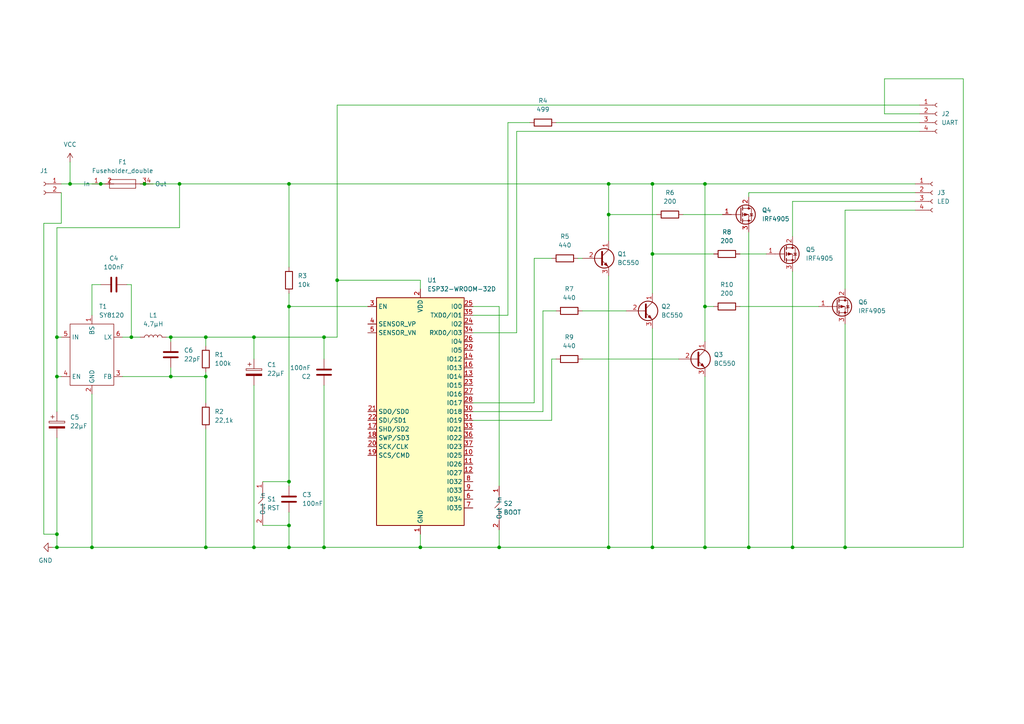
<source format=kicad_sch>
(kicad_sch (version 20211123) (generator eeschema)
  (paper "A4")
  (lib_symbols
    (symbol "Connector:Conn_01x02_Female" (pin_names (offset 1.016) hide)
      (property "Reference" "J" (at 0 2.54 0))
      (property "Value" "Conn_01x02_Female" (at 0 -5.08 0))
      (symbol "Conn_01x02_Female_1_1"
        (arc (start 0 -2.032) (mid -0.508 -2.54) (end 0 -3.048) (stroke (width 0.1524)))
        (polyline (pts (xy -1.27 -2.54) (xy -0.508 -2.54)) (stroke (width 0.1524)))
        (polyline (pts (xy -1.27 0) (xy -0.508 0)) (stroke (width 0.1524)))
        (arc (start 0 0.508) (mid -0.508 0) (end 0 -0.508) (stroke (width 0.1524)))
        (pin passive line (at -5.08 0 0) (length 3.81) (name "Pin_1") (number "1"))
        (pin passive line (at -5.08 -2.54 0) (length 3.81) (name "Pin_2") (number "2"))
      )
    )
    (symbol "Connector:Conn_01x04_Female" (pin_names (offset 1.016) hide)
      (property "Reference" "J" (at 0 5.08 0))
      (property "Value" "Conn_01x04_Female" (at 0 -7.62 0))
      (symbol "Conn_01x04_Female_1_1"
        (arc (start 0 -4.572) (mid -0.508 -5.08) (end 0 -5.588) (stroke (width 0.1524)))
        (arc (start 0 -2.032) (mid -0.508 -2.54) (end 0 -3.048) (stroke (width 0.1524)))
        (polyline (pts (xy -1.27 -5.08) (xy -0.508 -5.08)) (stroke (width 0.1524)))
        (polyline (pts (xy -1.27 -2.54) (xy -0.508 -2.54)) (stroke (width 0.1524)))
        (polyline (pts (xy -1.27 0) (xy -0.508 0)) (stroke (width 0.1524)))
        (polyline (pts (xy -1.27 2.54) (xy -0.508 2.54)) (stroke (width 0.1524)))
        (arc (start 0 0.508) (mid -0.508 0) (end 0 -0.508) (stroke (width 0.1524)))
        (arc (start 0 3.048) (mid -0.508 2.54) (end 0 2.032) (stroke (width 0.1524)))
        (pin passive line (at -5.08 2.54 0) (length 3.81) (name "Pin_1") (number "1"))
        (pin passive line (at -5.08 0 0) (length 3.81) (name "Pin_2") (number "2"))
        (pin passive line (at -5.08 -2.54 0) (length 3.81) (name "Pin_3") (number "3"))
        (pin passive line (at -5.08 -5.08 0) (length 3.81) (name "Pin_4") (number "4"))
      )
    )
    (symbol "Device:C" (pin_numbers hide) (pin_names (offset 0.254))
      (property "Reference" "C" (at 0.635 2.54 0))
      (property "Value" "C" (at 0.635 -2.54 0))
      (symbol "C_0_1"
        (polyline (pts (xy -2.032 -0.762) (xy 2.032 -0.762)) (stroke (width 0.508)))
        (polyline (pts (xy -2.032 0.762) (xy 2.032 0.762)) (stroke (width 0.508)))
      )
      (symbol "C_1_1"
        (pin passive line (at 0 3.81 270) (length 2.794) (name "~") (number "1"))
        (pin passive line (at 0 -3.81 90) (length 2.794) (name "~") (number "2"))
      )
    )
    (symbol "Device:C_Polarized" (pin_numbers hide) (pin_names (offset 0.254))
      (property "Reference" "C" (at 0.635 2.54 0))
      (property "Value" "C_Polarized" (at 0.635 -2.54 0))
      (symbol "C_Polarized_0_1"
        (rectangle (start -2.286 0.508) (end 2.286 1.016))
        (polyline (pts (xy -1.778 2.286) (xy -0.762 2.286)))
        (polyline (pts (xy -1.27 2.794) (xy -1.27 1.778)))
        (rectangle (start 2.286 -0.508) (end -2.286 -1.016) (fill (type outline)))
      )
      (symbol "C_Polarized_1_1"
        (pin passive line (at 0 3.81 270) (length 2.794) (name "~") (number "1"))
        (pin passive line (at 0 -3.81 90) (length 2.794) (name "~") (number "2"))
      )
    )
    (symbol "Device:L" (pin_numbers hide) (pin_names (offset 1.016) hide)
      (property "Reference" "L" (at -1.27 0 90))
      (property "Value" "L" (at 1.905 0 90))
      (symbol "L_0_1"
        (arc (start 0 -2.54) (mid 0.635 -1.905) (end 0 -1.27))
        (arc (start 0 -1.27) (mid 0.635 -0.635) (end 0 0))
        (arc (start 0 0) (mid 0.635 0.635) (end 0 1.27))
        (arc (start 0 1.27) (mid 0.635 1.905) (end 0 2.54))
      )
      (symbol "L_1_1"
        (pin passive line (at 0 3.81 270) (length 1.27) (name "1") (number "1"))
        (pin passive line (at 0 -3.81 90) (length 1.27) (name "2") (number "2"))
      )
    )
    (symbol "Device:R" (pin_numbers hide) (pin_names (offset 0))
      (property "Reference" "R" (at 2.032 0 90))
      (property "Value" "R" (at 0 0 90))
      (symbol "R_0_1"
        (rectangle (start -1.016 -2.54) (end 1.016 2.54) (stroke (width 0.254)))
      )
      (symbol "R_1_1"
        (pin passive line (at 0 3.81 270) (length 1.27) (name "~") (number "1"))
        (pin passive line (at 0 -3.81 90) (length 1.27) (name "~") (number "2"))
      )
    )
    (symbol "New_Library:Fuseholder_double"
      (property "Reference" "F" (at 0 2.54 0))
      (property "Value" "Fuseholder_double" (at 0 5.08 0))
      (symbol "Fuseholder_double_0_1"
        (rectangle (start -3.81 1.27) (end 3.81 -1.27))
        (polyline (pts (xy 6.35 0) (xy -6.35 0)))
      )
      (symbol "Fuseholder_double_1_1"
        (pin input line (at -6.35 0 180) (length 2.54) (name "In") (number "1"))
        (pin passive line (at -5.08 0 0) (length 2.54) (name "") (number "2"))
        (pin passive line (at 5.08 0 0) (length 2.54) (name "") (number "3"))
        (pin output line (at 6.35 0 0) (length 2.54) (name "Out") (number "4"))
      )
    )
    (symbol "New_Library:SY8120"
      (property "Reference" "T" (at 0 2.54 0))
      (property "Value" "SY8120" (at -5.08 2.54 0))
      (symbol "SY8120_0_1"
        (rectangle (start -6.35 -2.54) (end 6.35 -20.32))
      )
      (symbol "SY8120_1_1"
        (pin input line (at 0 0 270) (length 2.54) (name "BS") (number "1"))
        (pin input line (at 0 -22.86 90) (length 2.54) (name "GND") (number "2"))
        (pin input line (at 8.89 -17.78 180) (length 2.54) (name "FB") (number "3"))
        (pin input line (at -8.89 -17.78 0) (length 2.54) (name "EN") (number "4"))
        (pin input line (at -8.89 -6.35 0) (length 2.54) (name "IN") (number "5"))
        (pin output line (at 8.89 -6.35 180) (length 2.54) (name "LX") (number "6"))
      )
    )
    (symbol "New_Library:Switch"
      (property "Reference" "S" (at 0 1.27 0))
      (property "Value" "Switch" (at 0 3.81 0))
      (symbol "Switch_0_1"
        (polyline (pts (xy 1.27 -1.27) (xy 5.08 -1.27)))
        (polyline (pts (xy -2.54 -1.27) (xy 0 -1.27) (xy 1.27 -2.54)))
      )
      (symbol "Switch_1_1"
        (pin input line (at -5.08 -1.27 0) (length 2.54) (name "In") (number "1"))
        (pin output line (at 7.62 -1.27 180) (length 2.54) (name "Out") (number "2"))
      )
    )
    (symbol "RF_Module:ESP32-WROOM-32D"
      (property "Reference" "U" (at -12.7 34.29 0))
      (property "Value" "ESP32-WROOM-32D" (at 1.27 34.29 0))
      (symbol "ESP32-WROOM-32D_0_1"
        (rectangle (start -12.7 33.02) (end 12.7 -33.02) (stroke (width 0.254)) (fill (type background)))
      )
      (symbol "ESP32-WROOM-32D_1_1"
        (pin power_in line (at 0 -35.56 90) (length 2.54) (name "GND") (number "1"))
        (pin bidirectional line (at 15.24 -12.7 180) (length 2.54) (name "IO25") (number "10"))
        (pin bidirectional line (at 15.24 -15.24 180) (length 2.54) (name "IO26") (number "11"))
        (pin bidirectional line (at 15.24 -17.78 180) (length 2.54) (name "IO27") (number "12"))
        (pin bidirectional line (at 15.24 10.16 180) (length 2.54) (name "IO14") (number "13"))
        (pin bidirectional line (at 15.24 15.24 180) (length 2.54) (name "IO12") (number "14"))
        (pin passive line (at 0 -35.56 90) (length 2.54) hide (name "GND") (number "15"))
        (pin bidirectional line (at 15.24 12.7 180) (length 2.54) (name "IO13") (number "16"))
        (pin bidirectional line (at -15.24 -5.08 0) (length 2.54) (name "SHD/SD2") (number "17"))
        (pin bidirectional line (at -15.24 -7.62 0) (length 2.54) (name "SWP/SD3") (number "18"))
        (pin bidirectional line (at -15.24 -12.7 0) (length 2.54) (name "SCS/CMD") (number "19"))
        (pin power_in line (at 0 35.56 270) (length 2.54) (name "VDD") (number "2"))
        (pin bidirectional line (at -15.24 -10.16 0) (length 2.54) (name "SCK/CLK") (number "20"))
        (pin bidirectional line (at -15.24 0 0) (length 2.54) (name "SDO/SD0") (number "21"))
        (pin bidirectional line (at -15.24 -2.54 0) (length 2.54) (name "SDI/SD1") (number "22"))
        (pin bidirectional line (at 15.24 7.62 180) (length 2.54) (name "IO15") (number "23"))
        (pin bidirectional line (at 15.24 25.4 180) (length 2.54) (name "IO2") (number "24"))
        (pin bidirectional line (at 15.24 30.48 180) (length 2.54) (name "IO0") (number "25"))
        (pin bidirectional line (at 15.24 20.32 180) (length 2.54) (name "IO4") (number "26"))
        (pin bidirectional line (at 15.24 5.08 180) (length 2.54) (name "IO16") (number "27"))
        (pin bidirectional line (at 15.24 2.54 180) (length 2.54) (name "IO17") (number "28"))
        (pin bidirectional line (at 15.24 17.78 180) (length 2.54) (name "IO5") (number "29"))
        (pin input line (at -15.24 30.48 0) (length 2.54) (name "EN") (number "3"))
        (pin bidirectional line (at 15.24 0 180) (length 2.54) (name "IO18") (number "30"))
        (pin bidirectional line (at 15.24 -2.54 180) (length 2.54) (name "IO19") (number "31"))
        (pin no_connect line (at -12.7 -27.94 0) (length 2.54) hide (name "NC") (number "32"))
        (pin bidirectional line (at 15.24 -5.08 180) (length 2.54) (name "IO21") (number "33"))
        (pin bidirectional line (at 15.24 22.86 180) (length 2.54) (name "RXD0/IO3") (number "34"))
        (pin bidirectional line (at 15.24 27.94 180) (length 2.54) (name "TXD0/IO1") (number "35"))
        (pin bidirectional line (at 15.24 -7.62 180) (length 2.54) (name "IO22") (number "36"))
        (pin bidirectional line (at 15.24 -10.16 180) (length 2.54) (name "IO23") (number "37"))
        (pin passive line (at 0 -35.56 90) (length 2.54) hide (name "GND") (number "38"))
        (pin passive line (at 0 -35.56 90) (length 2.54) hide (name "GND") (number "39"))
        (pin input line (at -15.24 25.4 0) (length 2.54) (name "SENSOR_VP") (number "4"))
        (pin input line (at -15.24 22.86 0) (length 2.54) (name "SENSOR_VN") (number "5"))
        (pin input line (at 15.24 -25.4 180) (length 2.54) (name "IO34") (number "6"))
        (pin input line (at 15.24 -27.94 180) (length 2.54) (name "IO35") (number "7"))
        (pin bidirectional line (at 15.24 -20.32 180) (length 2.54) (name "IO32") (number "8"))
        (pin bidirectional line (at 15.24 -22.86 180) (length 2.54) (name "IO33") (number "9"))
      )
    )
    (symbol "Transistor_BJT:BC550" (pin_names (offset 0) hide)
      (property "Reference" "Q" (at 5.08 1.905 0))
      (property "Value" "BC550" (at 5.08 0 0))
      (symbol "BC550_0_1"
        (polyline (pts (xy 0 0) (xy 0.635 0)))
        (polyline (pts (xy 0.635 0.635) (xy 2.54 2.54)))
        (polyline (pts (xy 0.635 -0.635) (xy 2.54 -2.54) (xy 2.54 -2.54)))
        (polyline (pts (xy 0.635 1.905) (xy 0.635 -1.905) (xy 0.635 -1.905)) (stroke (width 0.508)))
        (polyline (pts (xy 1.27 -1.778) (xy 1.778 -1.27) (xy 2.286 -2.286) (xy 1.27 -1.778) (xy 1.27 -1.778)) (fill (type outline)))
        (circle (center 1.27 0) (radius 2.8194) (stroke (width 0.254)))
      )
      (symbol "BC550_1_1"
        (pin passive line (at 2.54 5.08 270) (length 2.54) (name "C") (number "1"))
        (pin input line (at -5.08 0 0) (length 5.08) (name "B") (number "2"))
        (pin passive line (at 2.54 -5.08 90) (length 2.54) (name "E") (number "3"))
      )
    )
    (symbol "Transistor_FET:IRF4905" (pin_names hide)
      (property "Reference" "Q" (at 5.08 1.905 0))
      (property "Value" "IRF4905" (at 5.08 0 0))
      (symbol "IRF4905_0_1"
        (polyline (pts (xy 0.254 0) (xy -2.54 0)))
        (polyline (pts (xy 0.254 1.905) (xy 0.254 -1.905)) (stroke (width 0.254)))
        (polyline (pts (xy 0.762 -1.27) (xy 0.762 -2.286)) (stroke (width 0.254)))
        (polyline (pts (xy 0.762 0.508) (xy 0.762 -0.508)) (stroke (width 0.254)))
        (polyline (pts (xy 0.762 2.286) (xy 0.762 1.27)) (stroke (width 0.254)))
        (polyline (pts (xy 2.54 2.54) (xy 2.54 1.778)))
        (polyline (pts (xy 2.54 -2.54) (xy 2.54 0) (xy 0.762 0)))
        (polyline (pts (xy 0.762 1.778) (xy 3.302 1.778) (xy 3.302 -1.778) (xy 0.762 -1.778)))
        (polyline (pts (xy 2.286 0) (xy 1.27 0.381) (xy 1.27 -0.381) (xy 2.286 0)) (fill (type outline)))
        (polyline (pts (xy 2.794 -0.508) (xy 2.921 -0.381) (xy 3.683 -0.381) (xy 3.81 -0.254)))
        (polyline (pts (xy 3.302 -0.381) (xy 2.921 0.254) (xy 3.683 0.254) (xy 3.302 -0.381)))
        (circle (center 1.651 0) (radius 2.794) (stroke (width 0.254)))
        (circle (center 2.54 -1.778) (radius 0.254) (fill (type outline)))
        (circle (center 2.54 1.778) (radius 0.254) (fill (type outline)))
      )
      (symbol "IRF4905_1_1"
        (pin input line (at -5.08 0 0) (length 2.54) (name "G") (number "1"))
        (pin passive line (at 2.54 5.08 270) (length 2.54) (name "D") (number "2"))
        (pin passive line (at 2.54 -5.08 90) (length 2.54) (name "S") (number "3"))
      )
    )
    (symbol "power:GND" (power) (pin_names (offset 0))
      (property "Value" "GND" (at 0 -3.81 0))
      (symbol "GND_0_1"
        (polyline (pts (xy 0 0) (xy 0 -1.27) (xy 1.27 -1.27) (xy 0 -2.54) (xy -1.27 -1.27) (xy 0 -1.27)))
      )
      (symbol "GND_1_1"
        (pin power_in line (at 0 0 270) (length 0) hide (name "GND") (number "1"))
      )
    )
    (symbol "power:VCC" (power) (pin_names (offset 0))
      (property "Value" "VCC" (at 0 3.81 0))
      (symbol "VCC_0_1"
        (polyline (pts (xy -0.762 1.27) (xy 0 2.54)))
        (polyline (pts (xy 0 0) (xy 0 2.54)))
        (polyline (pts (xy 0 2.54) (xy 0.762 1.27)))
      )
      (symbol "VCC_1_1"
        (pin power_in line (at 0 0 90) (length 0) hide (name "VCC") (number "1"))
      )
    )
  )
  (junction (at 83.82 152.4))
  (junction (at 176.53 158.75))
  (junction (at 176.53 53.34))
  (junction (at 176.53 62.23))
  (junction (at 29.21 53.34))
  (junction (at 59.69 158.75))
  (junction (at 97.79 81.28))
  (junction (at 204.47 88.9))
  (junction (at 38.1 97.79))
  (junction (at 73.66 158.75))
  (junction (at 217.17 158.75))
  (junction (at 83.82 139.7))
  (junction (at 20.32 53.34))
  (junction (at 16.51 154.94))
  (junction (at 204.47 158.75))
  (junction (at 52.07 53.34))
  (junction (at 83.82 158.75))
  (junction (at 26.67 158.75))
  (junction (at 59.69 109.22))
  (junction (at 16.51 97.79))
  (junction (at 93.98 97.79))
  (junction (at 41.91 53.34))
  (junction (at 189.23 158.75))
  (junction (at 83.82 88.9))
  (junction (at 245.11 158.75))
  (junction (at 73.66 97.79))
  (junction (at 93.98 158.75))
  (junction (at 121.92 158.75))
  (junction (at 204.47 53.34))
  (junction (at 189.23 73.66))
  (junction (at 189.23 53.34))
  (junction (at 59.69 97.79))
  (junction (at 229.87 158.75))
  (junction (at 144.78 158.75))
  (junction (at 16.51 109.22))
  (junction (at 16.51 158.75))
  (junction (at 49.53 109.22))
  (junction (at 83.82 53.34))
  (junction (at 49.53 97.79))
  (wire (pts (xy 29.21 53.34) (xy 30.48 53.34)))
  (wire (pts (xy 265.43 58.42) (xy 229.87 58.42)))
  (wire (pts (xy 76.2 139.7) (xy 83.82 139.7)))
  (wire (pts (xy 26.67 158.75) (xy 59.69 158.75)))
  (wire (pts (xy 52.07 53.34) (xy 83.82 53.34)))
  (wire (pts (xy 229.87 58.42) (xy 229.87 68.58)))
  (wire (pts (xy 137.16 119.38) (xy 157.48 119.38)))
  (wire (pts (xy 76.2 152.4) (xy 83.82 152.4)))
  (wire (pts (xy 49.53 109.22) (xy 59.69 109.22)))
  (wire (pts (xy 35.56 109.22) (xy 49.53 109.22)))
  (wire (pts (xy 137.16 116.84) (xy 154.94 116.84)))
  (wire (pts (xy 41.91 53.34) (xy 52.07 53.34)))
  (wire (pts (xy 83.82 152.4) (xy 83.82 158.75)))
  (wire (pts (xy 59.69 97.79) (xy 59.69 100.33)))
  (wire (pts (xy 245.11 93.98) (xy 245.11 158.75)))
  (wire (pts (xy 176.53 158.75) (xy 176.53 80.01)))
  (wire (pts (xy 93.98 97.79) (xy 93.98 104.14)))
  (wire (pts (xy 16.51 66.04) (xy 52.07 66.04)))
  (wire (pts (xy 168.91 90.17) (xy 181.61 90.17)))
  (wire (pts (xy 217.17 55.88) (xy 217.17 57.15)))
  (wire (pts (xy 17.78 109.22) (xy 16.51 109.22)))
  (wire (pts (xy 93.98 97.79) (xy 97.79 97.79)))
  (wire (pts (xy 83.82 158.75) (xy 93.98 158.75)))
  (wire (pts (xy 16.51 158.75) (xy 26.67 158.75)))
  (wire (pts (xy 149.86 38.1) (xy 266.7 38.1)))
  (wire (pts (xy 207.01 73.66) (xy 189.23 73.66)))
  (wire (pts (xy 204.47 53.34) (xy 204.47 88.9)))
  (wire (pts (xy 154.94 74.93) (xy 160.02 74.93)))
  (wire (pts (xy 83.82 53.34) (xy 83.82 77.47)))
  (wire (pts (xy 26.67 114.3) (xy 26.67 158.75)))
  (wire (pts (xy 59.69 109.22) (xy 59.69 116.84)))
  (wire (pts (xy 176.53 158.75) (xy 189.23 158.75)))
  (wire (pts (xy 17.78 97.79) (xy 16.51 97.79)))
  (wire (pts (xy 16.51 154.94) (xy 16.51 158.75)))
  (wire (pts (xy 147.32 35.56) (xy 153.67 35.56)))
  (wire (pts (xy 229.87 158.75) (xy 245.11 158.75)))
  (wire (pts (xy 204.47 109.22) (xy 204.47 158.75)))
  (wire (pts (xy 256.54 33.02) (xy 266.7 33.02)))
  (wire (pts (xy 73.66 111.76) (xy 73.66 158.75)))
  (wire (pts (xy 189.23 158.75) (xy 204.47 158.75)))
  (wire (pts (xy 147.32 35.56) (xy 147.32 91.44)))
  (wire (pts (xy 167.64 74.93) (xy 168.91 74.93)))
  (wire (pts (xy 35.56 97.79) (xy 38.1 97.79)))
  (wire (pts (xy 214.63 73.66) (xy 222.25 73.66)))
  (wire (pts (xy 214.63 88.9) (xy 237.49 88.9)))
  (wire (pts (xy 144.78 88.9) (xy 137.16 88.9)))
  (wire (pts (xy 137.16 121.92) (xy 160.02 121.92)))
  (wire (pts (xy 204.47 158.75) (xy 217.17 158.75)))
  (wire (pts (xy 154.94 74.93) (xy 154.94 116.84)))
  (wire (pts (xy 189.23 53.34) (xy 189.23 73.66)))
  (wire (pts (xy 17.78 64.77) (xy 12.7 64.77)))
  (wire (pts (xy 121.92 154.94) (xy 121.92 158.75)))
  (wire (pts (xy 279.4 22.86) (xy 279.4 158.75)))
  (wire (pts (xy 204.47 53.34) (xy 265.43 53.34)))
  (wire (pts (xy 16.51 97.79) (xy 16.51 66.04)))
  (wire (pts (xy 83.82 53.34) (xy 176.53 53.34)))
  (wire (pts (xy 59.69 97.79) (xy 73.66 97.79)))
  (wire (pts (xy 176.53 53.34) (xy 176.53 62.23)))
  (wire (pts (xy 137.16 96.52) (xy 149.86 96.52)))
  (wire (pts (xy 189.23 95.25) (xy 189.23 158.75)))
  (wire (pts (xy 93.98 111.76) (xy 93.98 158.75)))
  (wire (pts (xy 144.78 153.67) (xy 144.78 158.75)))
  (wire (pts (xy 48.26 97.79) (xy 49.53 97.79)))
  (wire (pts (xy 97.79 81.28) (xy 97.79 97.79)))
  (wire (pts (xy 26.67 82.55) (xy 29.21 82.55)))
  (wire (pts (xy 160.02 104.14) (xy 160.02 121.92)))
  (wire (pts (xy 144.78 158.75) (xy 176.53 158.75)))
  (wire (pts (xy 12.7 64.77) (xy 12.7 154.94)))
  (wire (pts (xy 73.66 158.75) (xy 83.82 158.75)))
  (wire (pts (xy 73.66 97.79) (xy 93.98 97.79)))
  (wire (pts (xy 59.69 158.75) (xy 73.66 158.75)))
  (wire (pts (xy 49.53 97.79) (xy 49.53 99.06)))
  (wire (pts (xy 266.7 30.48) (xy 97.79 30.48)))
  (wire (pts (xy 26.67 91.44) (xy 26.67 82.55)))
  (wire (pts (xy 256.54 22.86) (xy 256.54 33.02)))
  (wire (pts (xy 160.02 104.14) (xy 161.29 104.14)))
  (wire (pts (xy 16.51 127) (xy 16.51 154.94)))
  (wire (pts (xy 245.11 158.75) (xy 279.4 158.75)))
  (wire (pts (xy 176.53 53.34) (xy 189.23 53.34)))
  (wire (pts (xy 59.69 124.46) (xy 59.69 158.75)))
  (wire (pts (xy 16.51 109.22) (xy 16.51 119.38)))
  (wire (pts (xy 97.79 81.28) (xy 121.92 81.28)))
  (wire (pts (xy 83.82 88.9) (xy 83.82 139.7)))
  (wire (pts (xy 157.48 90.17) (xy 161.29 90.17)))
  (wire (pts (xy 12.7 154.94) (xy 16.51 154.94)))
  (wire (pts (xy 207.01 88.9) (xy 204.47 88.9)))
  (wire (pts (xy 229.87 78.74) (xy 229.87 158.75)))
  (wire (pts (xy 204.47 88.9) (xy 204.47 99.06)))
  (wire (pts (xy 176.53 62.23) (xy 176.53 69.85)))
  (wire (pts (xy 73.66 97.79) (xy 73.66 104.14)))
  (wire (pts (xy 245.11 83.82) (xy 245.11 60.96)))
  (wire (pts (xy 40.64 53.34) (xy 41.91 53.34)))
  (wire (pts (xy 20.32 53.34) (xy 29.21 53.34)))
  (wire (pts (xy 83.82 139.7) (xy 83.82 140.97)))
  (wire (pts (xy 38.1 97.79) (xy 40.64 97.79)))
  (wire (pts (xy 83.82 85.09) (xy 83.82 88.9)))
  (wire (pts (xy 229.87 158.75) (xy 217.17 158.75)))
  (wire (pts (xy 137.16 91.44) (xy 147.32 91.44)))
  (wire (pts (xy 49.53 106.68) (xy 49.53 109.22)))
  (wire (pts (xy 149.86 96.52) (xy 149.86 38.1)))
  (wire (pts (xy 168.91 104.14) (xy 196.85 104.14)))
  (wire (pts (xy 189.23 53.34) (xy 204.47 53.34)))
  (wire (pts (xy 217.17 67.31) (xy 217.17 158.75)))
  (wire (pts (xy 93.98 158.75) (xy 121.92 158.75)))
  (wire (pts (xy 52.07 66.04) (xy 52.07 53.34)))
  (wire (pts (xy 59.69 109.22) (xy 59.69 107.95)))
  (wire (pts (xy 189.23 73.66) (xy 189.23 85.09)))
  (wire (pts (xy 20.32 46.99) (xy 20.32 53.34)))
  (wire (pts (xy 38.1 82.55) (xy 36.83 82.55)))
  (wire (pts (xy 157.48 90.17) (xy 157.48 119.38)))
  (wire (pts (xy 38.1 82.55) (xy 38.1 97.79)))
  (wire (pts (xy 265.43 55.88) (xy 217.17 55.88)))
  (wire (pts (xy 83.82 88.9) (xy 106.68 88.9)))
  (wire (pts (xy 190.5 62.23) (xy 176.53 62.23)))
  (wire (pts (xy 198.12 62.23) (xy 209.55 62.23)))
  (wire (pts (xy 16.51 109.22) (xy 16.51 97.79)))
  (wire (pts (xy 97.79 30.48) (xy 97.79 81.28)))
  (wire (pts (xy 17.78 53.34) (xy 20.32 53.34)))
  (wire (pts (xy 15.24 158.75) (xy 16.51 158.75)))
  (wire (pts (xy 17.78 55.88) (xy 17.78 64.77)))
  (wire (pts (xy 121.92 83.82) (xy 121.92 81.28)))
  (wire (pts (xy 161.29 35.56) (xy 266.7 35.56)))
  (wire (pts (xy 256.54 22.86) (xy 279.4 22.86)))
  (wire (pts (xy 245.11 60.96) (xy 265.43 60.96)))
  (wire (pts (xy 83.82 148.59) (xy 83.82 152.4)))
  (wire (pts (xy 49.53 97.79) (xy 59.69 97.79)))
  (wire (pts (xy 121.92 158.75) (xy 144.78 158.75)))
  (wire (pts (xy 144.78 88.9) (xy 144.78 140.97)))
  (symbol (lib_id "Device:R") (at 157.48 35.56 90) (unit 1)
    (property "Reference" "R4" (at 157.48 29.21 90))
    (property "Value" "499" (at 157.48 31.75 90))
    (property "Footprint" "Resistor_SMD:R_0603_1608Metric" (effects hide))
  )
  (symbol (lib_id "Device:R") (at 83.82 81.28 0) (unit 1)
    (property "Reference" "R3" (at 86.36 80.0099 0) (effects (justify left)))
    (property "Value" "10k" (at 86.36 82.5499 0) (effects (justify left)))
    (property "Footprint" "Resistor_SMD:R_0603_1608Metric" (effects hide))
  )
  (symbol (lib_id "Device:R") (at 59.69 104.14 0) (unit 1)
    (property "Reference" "R1" (at 62.23 102.8699 0) (effects (justify left)))
    (property "Value" "100k" (at 62.23 105.4099 0) (effects (justify left)))
    (property "Footprint" "Resistor_SMD:R_0603_1608Metric" (effects hide))
  )
  (symbol (lib_id "Connector:Conn_01x02_Female") (at 12.7 53.34 0) (mirror y) (unit 1)
    (property "Reference" "J1" (at 13.97 49.53 0) (effects (justify left)))
    (property "Value" "Conn_01x02_Female" (effects hide))
    (property "Footprint" "Connector_PinHeader_2.54mm:PinHeader_1x02_P2.54mm_Vertical" (effects hide))
  )
  (symbol (lib_id "power:GND") (at 15.24 158.75 270) (unit 1)
    (property "Reference" "#PWR0101" (effects hide))
    (property "Value" "GND" (at 15.24 162.56 90) (effects (justify right)))
    (property "Footprint" "Connector_PinHeader_2.54mm:PinHeader_1x01_P2.54mm_Vertical" (effects hide))
  )
  (symbol (lib_id "New_Library:Switch") (at 77.47 144.78 270) (unit 1)
    (property "Reference" "S1" (at 77.47 144.7799 90) (effects (justify left)))
    (property "Value" "RST" (at 77.47 147.3199 90) (effects (justify left)))
    (property "Footprint" "Library:SW-SMD-2.9x3.9x1,7" (effects hide))
  )
  (symbol (lib_id "Transistor_BJT:BC550") (at 201.93 104.14 0) (unit 1)
    (property "Reference" "Q3" (at 207.01 102.8699 0) (effects (justify left)))
    (property "Value" "BC550" (at 207.01 105.4099 0) (effects (justify left)))
    (property "Footprint" "Package_TO_SOT_THT:TO-92" (effects hide))
    (property "Datasheet" "https://www.onsemi.com/pub/Collateral/BC550-D.pdf" (effects hide))
  )
  (symbol (lib_id "Device:L") (at 44.45 97.79 90) (unit 1)
    (property "Reference" "L1" (at 44.45 91.44 90))
    (property "Value" "4,7µH" (at 44.45 93.98 90))
    (property "Footprint" "Inductor_SMD:L_TDK_NLV32_3.2x2.5mm" (effects hide))
  )
  (symbol (lib_id "Device:C") (at 93.98 107.95 180) (unit 1)
    (property "Reference" "C2" (at 90.17 109.2201 0) (effects (justify left)))
    (property "Value" "100nF" (at 90.17 106.6801 0) (effects (justify left)))
    (property "Footprint" "Capacitor_SMD:C_0603_1608Metric" (effects hide))
  )
  (symbol (lib_id "Device:R") (at 210.82 88.9 90) (unit 1)
    (property "Reference" "R10" (at 210.82 82.55 90))
    (property "Value" "200" (at 210.82 85.09 90))
    (property "Footprint" "Resistor_SMD:R_0603_1608Metric" (effects hide))
  )
  (symbol (lib_id "Device:R") (at 194.31 62.23 90) (unit 1)
    (property "Reference" "R6" (at 194.31 55.88 90))
    (property "Value" "200" (at 194.31 58.42 90))
    (property "Footprint" "Resistor_SMD:R_0603_1608Metric" (effects hide))
  )
  (symbol (lib_id "Device:C_Polarized") (at 73.66 107.95 0) (unit 1)
    (property "Reference" "C1" (at 77.47 105.7909 0) (effects (justify left)))
    (property "Value" "22µF" (at 77.47 108.3309 0) (effects (justify left)))
    (property "Footprint" "Capacitor_SMD:CP_Elec_5x5.3" (effects hide))
  )
  (symbol (lib_id "power:VCC") (at 20.32 46.99 0) (unit 1)
    (property "Reference" "#PWR0102" (effects hide))
    (property "Value" "VCC" (at 20.32 41.91 0))
  )
  (symbol (lib_id "Transistor_BJT:BC550") (at 173.99 74.93 0) (unit 1)
    (property "Reference" "Q1" (at 179.07 73.6599 0) (effects (justify left)))
    (property "Value" "BC550" (at 179.07 76.1999 0) (effects (justify left)))
    (property "Footprint" "Package_TO_SOT_THT:TO-92" (effects hide))
    (property "Datasheet" "https://www.onsemi.com/pub/Collateral/BC550-D.pdf" (effects hide))
  )
  (symbol (lib_id "Device:C") (at 83.82 144.78 0) (unit 1)
    (property "Reference" "C3" (at 87.63 143.5099 0) (effects (justify left)))
    (property "Value" "100nF" (at 87.63 146.0499 0) (effects (justify left)))
    (property "Footprint" "Capacitor_SMD:C_0603_1608Metric" (effects hide))
  )
  (symbol (lib_id "Transistor_FET:IRF4905") (at 227.33 73.66 0) (unit 1)
    (property "Reference" "Q5" (at 233.68 72.3899 0) (effects (justify left)))
    (property "Value" "IRF4905" (at 233.68 74.9299 0) (effects (justify left)))
    (property "Footprint" "Package_TO_SOT_THT:TO-220-3_Vertical" (effects hide))
    (property "Datasheet" "http://www.infineon.com/dgdl/irf4905.pdf?fileId=5546d462533600a4015355e32165197c" (effects hide))
  )
  (symbol (lib_id "Transistor_BJT:BC550") (at 186.69 90.17 0) (unit 1)
    (property "Reference" "Q2" (at 191.77 88.8999 0) (effects (justify left)))
    (property "Value" "BC550" (at 191.77 91.4399 0) (effects (justify left)))
    (property "Footprint" "Package_TO_SOT_THT:TO-92" (effects hide))
    (property "Datasheet" "https://www.onsemi.com/pub/Collateral/BC550-D.pdf" (effects hide))
  )
  (symbol (lib_id "New_Library:Fuseholder_double") (at 35.56 53.34 0) (unit 1)
    (property "Reference" "F1" (at 35.56 46.99 0))
    (property "Value" "Fuseholder_double" (at 35.56 49.53 0))
    (property "Footprint" "Library:Fuseholder 5x20" (effects hide))
  )
  (symbol (lib_id "Connector:Conn_01x04_Female") (at 271.78 33.02 0) (unit 1)
    (property "Reference" "J2" (at 273.05 33.0199 0) (effects (justify left)))
    (property "Value" "UART" (at 273.05 35.5599 0) (effects (justify left)))
    (property "Footprint" "Connector_PinHeader_2.54mm:PinHeader_2x02_P2.54mm_Vertical" (effects hide))
  )
  (symbol (lib_id "Device:C") (at 33.02 82.55 90) (unit 1)
    (property "Reference" "C4" (at 33.02 74.93 90))
    (property "Value" "100nF" (at 33.02 77.47 90))
    (property "Footprint" "Capacitor_SMD:C_0603_1608Metric" (effects hide))
  )
  (symbol (lib_id "Device:R") (at 210.82 73.66 90) (unit 1)
    (property "Reference" "R8" (at 210.82 67.31 90))
    (property "Value" "200" (at 210.82 69.85 90))
    (property "Footprint" "Resistor_SMD:R_0603_1608Metric" (effects hide))
  )
  (symbol (lib_id "Device:R") (at 163.83 74.93 90) (unit 1)
    (property "Reference" "R5" (at 163.83 68.58 90))
    (property "Value" "440" (at 163.83 71.12 90))
    (property "Footprint" "Resistor_SMD:R_0603_1608Metric" (effects hide))
  )
  (symbol (lib_id "Transistor_FET:IRF4905") (at 214.63 62.23 0) (unit 1)
    (property "Reference" "Q4" (at 220.98 60.9599 0) (effects (justify left)))
    (property "Value" "IRF4905" (at 220.98 63.4999 0) (effects (justify left)))
    (property "Footprint" "Package_TO_SOT_THT:TO-220-3_Vertical" (effects hide))
    (property "Datasheet" "http://www.infineon.com/dgdl/irf4905.pdf?fileId=5546d462533600a4015355e32165197c" (effects hide))
  )
  (symbol (lib_id "Device:R") (at 165.1 104.14 90) (unit 1)
    (property "Reference" "R9" (at 165.1 97.79 90))
    (property "Value" "440" (at 165.1 100.33 90))
    (property "Footprint" "Resistor_SMD:R_0603_1608Metric" (effects hide))
  )
  (symbol (lib_id "Device:R") (at 59.69 120.65 0) (unit 1)
    (property "Reference" "R2" (at 62.23 119.3799 0) (effects (justify left)))
    (property "Value" "22,1k" (at 62.23 121.9199 0) (effects (justify left)))
    (property "Footprint" "Resistor_SMD:R_0603_1608Metric" (effects hide))
  )
  (symbol (lib_id "Device:C_Polarized") (at 16.51 123.19 0) (unit 1)
    (property "Reference" "C5" (at 20.32 121.0309 0) (effects (justify left)))
    (property "Value" "22µF" (at 20.32 123.5709 0) (effects (justify left)))
    (property "Footprint" "Capacitor_SMD:CP_Elec_5x5.3" (effects hide))
  )
  (symbol (lib_id "Device:R") (at 165.1 90.17 90) (unit 1)
    (property "Reference" "R7" (at 165.1 83.82 90))
    (property "Value" "440" (at 165.1 86.36 90))
    (property "Footprint" "Resistor_SMD:R_0603_1608Metric" (effects hide))
  )
  (symbol (lib_id "Connector:Conn_01x04_Female") (at 270.51 55.88 0) (unit 1)
    (property "Reference" "J3" (at 271.78 55.8799 0) (effects (justify left)))
    (property "Value" "LED" (at 271.78 58.4199 0) (effects (justify left)))
    (property "Footprint" "Connector_PinHeader_2.54mm:PinHeader_1x04_P2.54mm_Vertical" (effects hide))
  )
  (symbol (lib_id "Device:C") (at 49.53 102.87 0) (unit 1)
    (property "Reference" "C6" (at 53.34 101.5999 0) (effects (justify left)))
    (property "Value" "22pF" (at 53.34 104.1399 0) (effects (justify left)))
    (property "Footprint" "Capacitor_SMD:C_0603_1608Metric" (effects hide))
  )
  (symbol (lib_id "RF_Module:ESP32-WROOM-32D") (at 121.92 119.38 0) (unit 1)
    (property "Reference" "U1" (at 123.9394 81.28 0) (effects (justify left)))
    (property "Value" "ESP32-WROOM-32D" (at 123.9394 83.82 0) (effects (justify left)))
    (property "Footprint" "RF_Module:ESP32-WROOM-32" (effects hide))
    (property "Datasheet" "https://www.espressif.com/sites/default/files/documentation/esp32-wroom-32d_esp32-wroom-32u_datasheet_en.pdf" (effects hide))
  )
  (symbol (lib_id "Transistor_FET:IRF4905") (at 242.57 88.9 0) (unit 1)
    (property "Reference" "Q6" (at 248.92 87.6299 0) (effects (justify left)))
    (property "Value" "IRF4905" (at 248.92 90.1699 0) (effects (justify left)))
    (property "Footprint" "Package_TO_SOT_THT:TO-220-3_Vertical" (effects hide))
    (property "Datasheet" "http://www.infineon.com/dgdl/irf4905.pdf?fileId=5546d462533600a4015355e32165197c" (effects hide))
  )
  (symbol (lib_id "New_Library:SY8120") (at 26.67 91.44 0) (unit 1)
    (property "Reference" "T1" (at 28.6894 88.9 0) (effects (justify left)))
    (property "Value" "SY8120" (at 28.6894 91.44 0) (effects (justify left)))
    (property "Footprint" "Package_TO_SOT_SMD:SOT-23-6" (effects hide))
  )
  (symbol (lib_id "New_Library:Switch") (at 146.05 146.05 270) (unit 1)
    (property "Reference" "S2" (at 146.05 146.0499 90) (effects (justify left)))
    (property "Value" "BOOT" (at 146.05 148.5899 90) (effects (justify left)))
    (property "Footprint" "Library:SW-SMD-2.9x3.9x1,7" (effects hide))
  )
)
</source>
